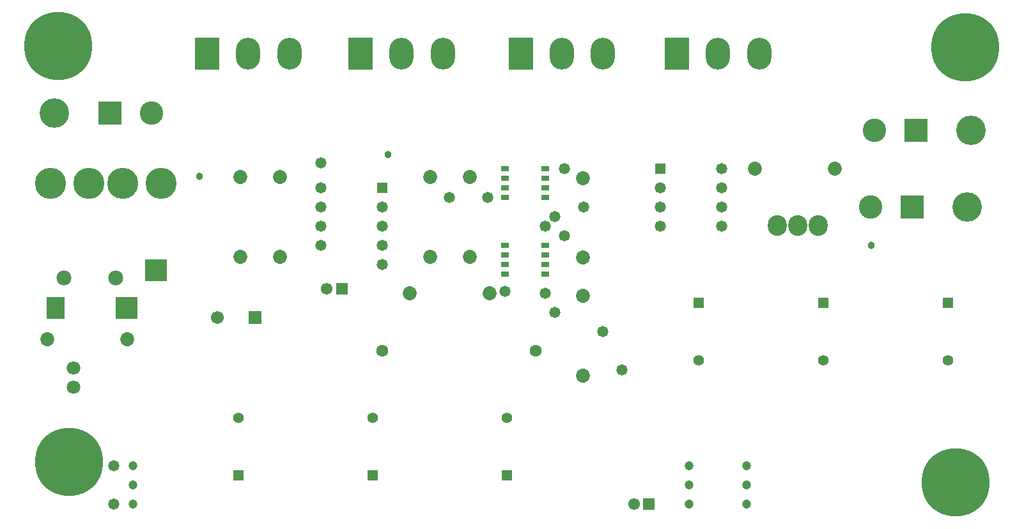
<source format=gts>
G04 Layer_Color=8388736*
%FSLAX25Y25*%
%MOIN*%
G70*
G01*
G75*
%ADD40R,0.04343X0.02572*%
%ADD41C,0.03800*%
%ADD42R,0.11824X0.11824*%
%ADD43R,0.09461X0.11800*%
%ADD44C,0.06312*%
%ADD45C,0.05800*%
%ADD46R,0.05800X0.05800*%
%ADD47C,0.04737*%
%ADD48C,0.07099*%
%ADD49C,0.07296*%
%ADD50C,0.05524*%
%ADD51R,0.05524X0.05524*%
%ADD52C,0.06706*%
%ADD53R,0.06706X0.06706*%
%ADD54R,0.06115X0.06115*%
%ADD55C,0.06115*%
%ADD56C,0.07800*%
%ADD57C,0.35524*%
%ADD58R,0.12611X0.16548*%
%ADD59O,0.12611X0.16548*%
%ADD60C,0.12217*%
%ADD61R,0.12217X0.12217*%
%ADD62C,0.15367*%
%ADD63C,0.16248*%
%ADD64O,0.09855X0.10800*%
D40*
X375000Y360000D02*
D03*
Y370000D02*
D03*
Y375000D02*
D03*
Y365000D02*
D03*
X353740Y360000D02*
D03*
Y365000D02*
D03*
Y370000D02*
D03*
Y375000D02*
D03*
X375000Y400000D02*
D03*
Y410000D02*
D03*
Y415000D02*
D03*
Y405000D02*
D03*
X353740Y400000D02*
D03*
Y405000D02*
D03*
Y410000D02*
D03*
Y415000D02*
D03*
D41*
X194500Y411000D02*
D03*
X293000Y422500D02*
D03*
X545000Y375000D02*
D03*
D42*
X156500Y342500D02*
D03*
X172000Y362000D02*
D03*
D43*
X119500Y342500D02*
D03*
D44*
X290000Y320000D02*
D03*
X370000D02*
D03*
D45*
X467000Y385000D02*
D03*
Y395000D02*
D03*
Y405000D02*
D03*
Y415000D02*
D03*
X435000Y385000D02*
D03*
Y395000D02*
D03*
Y405000D02*
D03*
X258000Y375000D02*
D03*
Y385000D02*
D03*
Y395000D02*
D03*
Y405000D02*
D03*
X290000Y375000D02*
D03*
Y385000D02*
D03*
Y395000D02*
D03*
X415000Y310000D02*
D03*
X150000Y240000D02*
D03*
Y260000D02*
D03*
X380000Y340000D02*
D03*
X405000Y330000D02*
D03*
X290000Y365000D02*
D03*
X258000Y418000D02*
D03*
X385000Y380000D02*
D03*
X395000Y395000D02*
D03*
X375000Y350000D02*
D03*
Y385000D02*
D03*
X353740Y351260D02*
D03*
X325000Y400000D02*
D03*
X380000Y390000D02*
D03*
X345000Y400000D02*
D03*
X385000Y415000D02*
D03*
D46*
X435000D02*
D03*
X290000Y405000D02*
D03*
D47*
X450000Y260000D02*
D03*
Y240000D02*
D03*
Y250000D02*
D03*
X480000Y260000D02*
D03*
Y240000D02*
D03*
Y250000D02*
D03*
X160000Y260000D02*
D03*
Y240000D02*
D03*
Y250000D02*
D03*
D48*
X129000Y301000D02*
D03*
Y311000D02*
D03*
D49*
X156768Y326000D02*
D03*
X115232D02*
D03*
X345768Y350000D02*
D03*
X304232D02*
D03*
X236500Y410768D02*
D03*
Y369232D02*
D03*
X335500Y410768D02*
D03*
Y369232D02*
D03*
X315000Y410768D02*
D03*
Y369232D02*
D03*
X394500Y410268D02*
D03*
Y368732D02*
D03*
X484232Y415000D02*
D03*
X525768D02*
D03*
X394500Y307232D02*
D03*
Y348768D02*
D03*
X216000Y410768D02*
D03*
Y369232D02*
D03*
D50*
X355000Y285000D02*
D03*
X285000D02*
D03*
X215000D02*
D03*
X585000Y315000D02*
D03*
X520000D02*
D03*
X455000D02*
D03*
D51*
X355000Y255000D02*
D03*
X285000D02*
D03*
X215000D02*
D03*
X585000Y345000D02*
D03*
X520000D02*
D03*
X455000D02*
D03*
D52*
X203815Y337500D02*
D03*
D53*
X223500D02*
D03*
D54*
X268874Y352500D02*
D03*
X428937Y240000D02*
D03*
D55*
X261000Y352500D02*
D03*
X421063Y240000D02*
D03*
D56*
X124000Y358000D02*
D03*
X151000D02*
D03*
D57*
X121000Y479000D02*
D03*
X594000Y478500D02*
D03*
X589000Y251500D02*
D03*
X126500Y262000D02*
D03*
D58*
X278543Y475000D02*
D03*
X198543D02*
D03*
X362087D02*
D03*
X443543D02*
D03*
D59*
X300000D02*
D03*
X321457D02*
D03*
X220000D02*
D03*
X241457D02*
D03*
X383543D02*
D03*
X405000D02*
D03*
X465000D02*
D03*
X486457D02*
D03*
D60*
X169394Y444000D02*
D03*
X544606Y395000D02*
D03*
X546535Y435000D02*
D03*
D61*
X147740Y444000D02*
D03*
X566260Y395000D02*
D03*
X568189Y435000D02*
D03*
D62*
X119000Y444000D02*
D03*
X595000Y395000D02*
D03*
X596929Y435000D02*
D03*
D63*
X136784Y407500D02*
D03*
X154500D02*
D03*
X116705Y407500D02*
D03*
X174579Y407500D02*
D03*
D64*
X517130Y385500D02*
D03*
X506500D02*
D03*
X495870D02*
D03*
M02*

</source>
